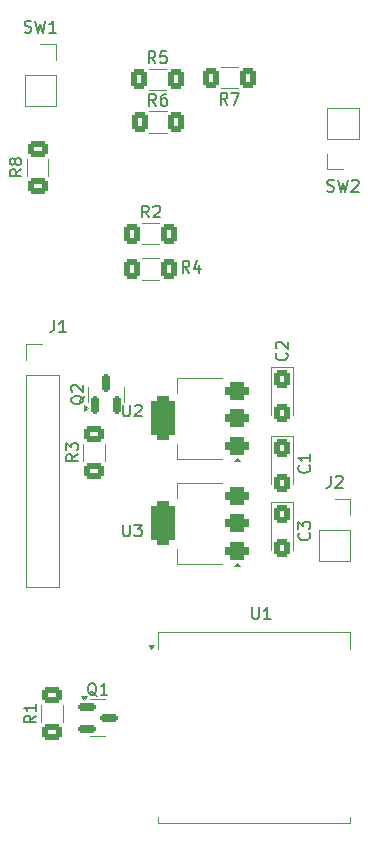
<source format=gto>
%TF.GenerationSoftware,KiCad,Pcbnew,9.0.4*%
%TF.CreationDate,2025-12-03T04:43:21+11:00*%
%TF.ProjectId,opensenceesp32,6f70656e-7365-46e6-9365-65737033322e,rev?*%
%TF.SameCoordinates,Original*%
%TF.FileFunction,Legend,Top*%
%TF.FilePolarity,Positive*%
%FSLAX46Y46*%
G04 Gerber Fmt 4.6, Leading zero omitted, Abs format (unit mm)*
G04 Created by KiCad (PCBNEW 9.0.4) date 2025-12-03 04:43:21*
%MOMM*%
%LPD*%
G01*
G04 APERTURE LIST*
G04 Aperture macros list*
%AMRoundRect*
0 Rectangle with rounded corners*
0 $1 Rounding radius*
0 $2 $3 $4 $5 $6 $7 $8 $9 X,Y pos of 4 corners*
0 Add a 4 corners polygon primitive as box body*
4,1,4,$2,$3,$4,$5,$6,$7,$8,$9,$2,$3,0*
0 Add four circle primitives for the rounded corners*
1,1,$1+$1,$2,$3*
1,1,$1+$1,$4,$5*
1,1,$1+$1,$6,$7*
1,1,$1+$1,$8,$9*
0 Add four rect primitives between the rounded corners*
20,1,$1+$1,$2,$3,$4,$5,0*
20,1,$1+$1,$4,$5,$6,$7,0*
20,1,$1+$1,$6,$7,$8,$9,0*
20,1,$1+$1,$8,$9,$2,$3,0*%
G04 Aperture macros list end*
%ADD10C,0.150000*%
%ADD11C,0.120000*%
%ADD12RoundRect,0.250000X0.625000X-0.400000X0.625000X0.400000X-0.625000X0.400000X-0.625000X-0.400000X0*%
%ADD13RoundRect,0.375000X0.625000X0.375000X-0.625000X0.375000X-0.625000X-0.375000X0.625000X-0.375000X0*%
%ADD14RoundRect,0.500000X0.500000X1.400000X-0.500000X1.400000X-0.500000X-1.400000X0.500000X-1.400000X0*%
%ADD15RoundRect,0.150000X0.150000X-0.587500X0.150000X0.587500X-0.150000X0.587500X-0.150000X-0.587500X0*%
%ADD16RoundRect,0.250000X-0.445000X0.545000X-0.445000X-0.545000X0.445000X-0.545000X0.445000X0.545000X0*%
%ADD17R,1.700000X1.700000*%
%ADD18C,1.700000*%
%ADD19RoundRect,0.250000X-0.400000X-0.625000X0.400000X-0.625000X0.400000X0.625000X-0.400000X0.625000X0*%
%ADD20RoundRect,0.250000X0.400000X0.625000X-0.400000X0.625000X-0.400000X-0.625000X0.400000X-0.625000X0*%
%ADD21R,2.500000X1.000000*%
%ADD22RoundRect,0.150000X-0.587500X-0.150000X0.587500X-0.150000X0.587500X0.150000X-0.587500X0.150000X0*%
G04 APERTURE END LIST*
D10*
X220824019Y-97473466D02*
X220347828Y-97806799D01*
X220824019Y-98044894D02*
X219824019Y-98044894D01*
X219824019Y-98044894D02*
X219824019Y-97663942D01*
X219824019Y-97663942D02*
X219871638Y-97568704D01*
X219871638Y-97568704D02*
X219919257Y-97521085D01*
X219919257Y-97521085D02*
X220014495Y-97473466D01*
X220014495Y-97473466D02*
X220157352Y-97473466D01*
X220157352Y-97473466D02*
X220252590Y-97521085D01*
X220252590Y-97521085D02*
X220300209Y-97568704D01*
X220300209Y-97568704D02*
X220347828Y-97663942D01*
X220347828Y-97663942D02*
X220347828Y-98044894D01*
X219824019Y-97140132D02*
X219824019Y-96521085D01*
X219824019Y-96521085D02*
X220204971Y-96854418D01*
X220204971Y-96854418D02*
X220204971Y-96711561D01*
X220204971Y-96711561D02*
X220252590Y-96616323D01*
X220252590Y-96616323D02*
X220300209Y-96568704D01*
X220300209Y-96568704D02*
X220395447Y-96521085D01*
X220395447Y-96521085D02*
X220633542Y-96521085D01*
X220633542Y-96521085D02*
X220728780Y-96568704D01*
X220728780Y-96568704D02*
X220776400Y-96616323D01*
X220776400Y-96616323D02*
X220824019Y-96711561D01*
X220824019Y-96711561D02*
X220824019Y-96997275D01*
X220824019Y-96997275D02*
X220776400Y-97092513D01*
X220776400Y-97092513D02*
X220728780Y-97140132D01*
X224663095Y-103424819D02*
X224663095Y-104234342D01*
X224663095Y-104234342D02*
X224710714Y-104329580D01*
X224710714Y-104329580D02*
X224758333Y-104377200D01*
X224758333Y-104377200D02*
X224853571Y-104424819D01*
X224853571Y-104424819D02*
X225044047Y-104424819D01*
X225044047Y-104424819D02*
X225139285Y-104377200D01*
X225139285Y-104377200D02*
X225186904Y-104329580D01*
X225186904Y-104329580D02*
X225234523Y-104234342D01*
X225234523Y-104234342D02*
X225234523Y-103424819D01*
X225615476Y-103424819D02*
X226234523Y-103424819D01*
X226234523Y-103424819D02*
X225901190Y-103805771D01*
X225901190Y-103805771D02*
X226044047Y-103805771D01*
X226044047Y-103805771D02*
X226139285Y-103853390D01*
X226139285Y-103853390D02*
X226186904Y-103901009D01*
X226186904Y-103901009D02*
X226234523Y-103996247D01*
X226234523Y-103996247D02*
X226234523Y-104234342D01*
X226234523Y-104234342D02*
X226186904Y-104329580D01*
X226186904Y-104329580D02*
X226139285Y-104377200D01*
X226139285Y-104377200D02*
X226044047Y-104424819D01*
X226044047Y-104424819D02*
X225758333Y-104424819D01*
X225758333Y-104424819D02*
X225663095Y-104377200D01*
X225663095Y-104377200D02*
X225615476Y-104329580D01*
X221350057Y-92502738D02*
X221302438Y-92597976D01*
X221302438Y-92597976D02*
X221207200Y-92693214D01*
X221207200Y-92693214D02*
X221064342Y-92836071D01*
X221064342Y-92836071D02*
X221016723Y-92931309D01*
X221016723Y-92931309D02*
X221016723Y-93026547D01*
X221254819Y-92978928D02*
X221207200Y-93074166D01*
X221207200Y-93074166D02*
X221111961Y-93169404D01*
X221111961Y-93169404D02*
X220921485Y-93217023D01*
X220921485Y-93217023D02*
X220588152Y-93217023D01*
X220588152Y-93217023D02*
X220397676Y-93169404D01*
X220397676Y-93169404D02*
X220302438Y-93074166D01*
X220302438Y-93074166D02*
X220254819Y-92978928D01*
X220254819Y-92978928D02*
X220254819Y-92788452D01*
X220254819Y-92788452D02*
X220302438Y-92693214D01*
X220302438Y-92693214D02*
X220397676Y-92597976D01*
X220397676Y-92597976D02*
X220588152Y-92550357D01*
X220588152Y-92550357D02*
X220921485Y-92550357D01*
X220921485Y-92550357D02*
X221111961Y-92597976D01*
X221111961Y-92597976D02*
X221207200Y-92693214D01*
X221207200Y-92693214D02*
X221254819Y-92788452D01*
X221254819Y-92788452D02*
X221254819Y-92978928D01*
X220350057Y-92169404D02*
X220302438Y-92121785D01*
X220302438Y-92121785D02*
X220254819Y-92026547D01*
X220254819Y-92026547D02*
X220254819Y-91788452D01*
X220254819Y-91788452D02*
X220302438Y-91693214D01*
X220302438Y-91693214D02*
X220350057Y-91645595D01*
X220350057Y-91645595D02*
X220445295Y-91597976D01*
X220445295Y-91597976D02*
X220540533Y-91597976D01*
X220540533Y-91597976D02*
X220683390Y-91645595D01*
X220683390Y-91645595D02*
X221254819Y-92217023D01*
X221254819Y-92217023D02*
X221254819Y-91597976D01*
X224663095Y-93264819D02*
X224663095Y-94074342D01*
X224663095Y-94074342D02*
X224710714Y-94169580D01*
X224710714Y-94169580D02*
X224758333Y-94217200D01*
X224758333Y-94217200D02*
X224853571Y-94264819D01*
X224853571Y-94264819D02*
X225044047Y-94264819D01*
X225044047Y-94264819D02*
X225139285Y-94217200D01*
X225139285Y-94217200D02*
X225186904Y-94169580D01*
X225186904Y-94169580D02*
X225234523Y-94074342D01*
X225234523Y-94074342D02*
X225234523Y-93264819D01*
X225663095Y-93360057D02*
X225710714Y-93312438D01*
X225710714Y-93312438D02*
X225805952Y-93264819D01*
X225805952Y-93264819D02*
X226044047Y-93264819D01*
X226044047Y-93264819D02*
X226139285Y-93312438D01*
X226139285Y-93312438D02*
X226186904Y-93360057D01*
X226186904Y-93360057D02*
X226234523Y-93455295D01*
X226234523Y-93455295D02*
X226234523Y-93550533D01*
X226234523Y-93550533D02*
X226186904Y-93693390D01*
X226186904Y-93693390D02*
X225615476Y-94264819D01*
X225615476Y-94264819D02*
X226234523Y-94264819D01*
X240389580Y-98421666D02*
X240437200Y-98469285D01*
X240437200Y-98469285D02*
X240484819Y-98612142D01*
X240484819Y-98612142D02*
X240484819Y-98707380D01*
X240484819Y-98707380D02*
X240437200Y-98850237D01*
X240437200Y-98850237D02*
X240341961Y-98945475D01*
X240341961Y-98945475D02*
X240246723Y-98993094D01*
X240246723Y-98993094D02*
X240056247Y-99040713D01*
X240056247Y-99040713D02*
X239913390Y-99040713D01*
X239913390Y-99040713D02*
X239722914Y-98993094D01*
X239722914Y-98993094D02*
X239627676Y-98945475D01*
X239627676Y-98945475D02*
X239532438Y-98850237D01*
X239532438Y-98850237D02*
X239484819Y-98707380D01*
X239484819Y-98707380D02*
X239484819Y-98612142D01*
X239484819Y-98612142D02*
X239532438Y-98469285D01*
X239532438Y-98469285D02*
X239580057Y-98421666D01*
X240484819Y-97469285D02*
X240484819Y-98040713D01*
X240484819Y-97754999D02*
X239484819Y-97754999D01*
X239484819Y-97754999D02*
X239627676Y-97850237D01*
X239627676Y-97850237D02*
X239722914Y-97945475D01*
X239722914Y-97945475D02*
X239770533Y-98040713D01*
X217268019Y-119597466D02*
X216791828Y-119930799D01*
X217268019Y-120168894D02*
X216268019Y-120168894D01*
X216268019Y-120168894D02*
X216268019Y-119787942D01*
X216268019Y-119787942D02*
X216315638Y-119692704D01*
X216315638Y-119692704D02*
X216363257Y-119645085D01*
X216363257Y-119645085D02*
X216458495Y-119597466D01*
X216458495Y-119597466D02*
X216601352Y-119597466D01*
X216601352Y-119597466D02*
X216696590Y-119645085D01*
X216696590Y-119645085D02*
X216744209Y-119692704D01*
X216744209Y-119692704D02*
X216791828Y-119787942D01*
X216791828Y-119787942D02*
X216791828Y-120168894D01*
X217268019Y-118645085D02*
X217268019Y-119216513D01*
X217268019Y-118930799D02*
X216268019Y-118930799D01*
X216268019Y-118930799D02*
X216410876Y-119026037D01*
X216410876Y-119026037D02*
X216506114Y-119121275D01*
X216506114Y-119121275D02*
X216553733Y-119216513D01*
X216318667Y-61721400D02*
X216461524Y-61769019D01*
X216461524Y-61769019D02*
X216699619Y-61769019D01*
X216699619Y-61769019D02*
X216794857Y-61721400D01*
X216794857Y-61721400D02*
X216842476Y-61673780D01*
X216842476Y-61673780D02*
X216890095Y-61578542D01*
X216890095Y-61578542D02*
X216890095Y-61483304D01*
X216890095Y-61483304D02*
X216842476Y-61388066D01*
X216842476Y-61388066D02*
X216794857Y-61340447D01*
X216794857Y-61340447D02*
X216699619Y-61292828D01*
X216699619Y-61292828D02*
X216509143Y-61245209D01*
X216509143Y-61245209D02*
X216413905Y-61197590D01*
X216413905Y-61197590D02*
X216366286Y-61149971D01*
X216366286Y-61149971D02*
X216318667Y-61054733D01*
X216318667Y-61054733D02*
X216318667Y-60959495D01*
X216318667Y-60959495D02*
X216366286Y-60864257D01*
X216366286Y-60864257D02*
X216413905Y-60816638D01*
X216413905Y-60816638D02*
X216509143Y-60769019D01*
X216509143Y-60769019D02*
X216747238Y-60769019D01*
X216747238Y-60769019D02*
X216890095Y-60816638D01*
X217223429Y-60769019D02*
X217461524Y-61769019D01*
X217461524Y-61769019D02*
X217652000Y-61054733D01*
X217652000Y-61054733D02*
X217842476Y-61769019D01*
X217842476Y-61769019D02*
X218080572Y-60769019D01*
X218985333Y-61769019D02*
X218413905Y-61769019D01*
X218699619Y-61769019D02*
X218699619Y-60769019D01*
X218699619Y-60769019D02*
X218604381Y-60911876D01*
X218604381Y-60911876D02*
X218509143Y-61007114D01*
X218509143Y-61007114D02*
X218413905Y-61054733D01*
X226832533Y-77415619D02*
X226499200Y-76939428D01*
X226261105Y-77415619D02*
X226261105Y-76415619D01*
X226261105Y-76415619D02*
X226642057Y-76415619D01*
X226642057Y-76415619D02*
X226737295Y-76463238D01*
X226737295Y-76463238D02*
X226784914Y-76510857D01*
X226784914Y-76510857D02*
X226832533Y-76606095D01*
X226832533Y-76606095D02*
X226832533Y-76748952D01*
X226832533Y-76748952D02*
X226784914Y-76844190D01*
X226784914Y-76844190D02*
X226737295Y-76891809D01*
X226737295Y-76891809D02*
X226642057Y-76939428D01*
X226642057Y-76939428D02*
X226261105Y-76939428D01*
X227213486Y-76510857D02*
X227261105Y-76463238D01*
X227261105Y-76463238D02*
X227356343Y-76415619D01*
X227356343Y-76415619D02*
X227594438Y-76415619D01*
X227594438Y-76415619D02*
X227689676Y-76463238D01*
X227689676Y-76463238D02*
X227737295Y-76510857D01*
X227737295Y-76510857D02*
X227784914Y-76606095D01*
X227784914Y-76606095D02*
X227784914Y-76701333D01*
X227784914Y-76701333D02*
X227737295Y-76844190D01*
X227737295Y-76844190D02*
X227165867Y-77415619D01*
X227165867Y-77415619D02*
X227784914Y-77415619D01*
X238484580Y-88896666D02*
X238532200Y-88944285D01*
X238532200Y-88944285D02*
X238579819Y-89087142D01*
X238579819Y-89087142D02*
X238579819Y-89182380D01*
X238579819Y-89182380D02*
X238532200Y-89325237D01*
X238532200Y-89325237D02*
X238436961Y-89420475D01*
X238436961Y-89420475D02*
X238341723Y-89468094D01*
X238341723Y-89468094D02*
X238151247Y-89515713D01*
X238151247Y-89515713D02*
X238008390Y-89515713D01*
X238008390Y-89515713D02*
X237817914Y-89468094D01*
X237817914Y-89468094D02*
X237722676Y-89420475D01*
X237722676Y-89420475D02*
X237627438Y-89325237D01*
X237627438Y-89325237D02*
X237579819Y-89182380D01*
X237579819Y-89182380D02*
X237579819Y-89087142D01*
X237579819Y-89087142D02*
X237627438Y-88944285D01*
X237627438Y-88944285D02*
X237675057Y-88896666D01*
X237675057Y-88515713D02*
X237627438Y-88468094D01*
X237627438Y-88468094D02*
X237579819Y-88372856D01*
X237579819Y-88372856D02*
X237579819Y-88134761D01*
X237579819Y-88134761D02*
X237627438Y-88039523D01*
X237627438Y-88039523D02*
X237675057Y-87991904D01*
X237675057Y-87991904D02*
X237770295Y-87944285D01*
X237770295Y-87944285D02*
X237865533Y-87944285D01*
X237865533Y-87944285D02*
X238008390Y-87991904D01*
X238008390Y-87991904D02*
X238579819Y-88563332D01*
X238579819Y-88563332D02*
X238579819Y-87944285D01*
X242236666Y-99300819D02*
X242236666Y-100015104D01*
X242236666Y-100015104D02*
X242189047Y-100157961D01*
X242189047Y-100157961D02*
X242093809Y-100253200D01*
X242093809Y-100253200D02*
X241950952Y-100300819D01*
X241950952Y-100300819D02*
X241855714Y-100300819D01*
X242665238Y-99396057D02*
X242712857Y-99348438D01*
X242712857Y-99348438D02*
X242808095Y-99300819D01*
X242808095Y-99300819D02*
X243046190Y-99300819D01*
X243046190Y-99300819D02*
X243141428Y-99348438D01*
X243141428Y-99348438D02*
X243189047Y-99396057D01*
X243189047Y-99396057D02*
X243236666Y-99491295D01*
X243236666Y-99491295D02*
X243236666Y-99586533D01*
X243236666Y-99586533D02*
X243189047Y-99729390D01*
X243189047Y-99729390D02*
X242617619Y-100300819D01*
X242617619Y-100300819D02*
X243236666Y-100300819D01*
X233487333Y-67867619D02*
X233154000Y-67391428D01*
X232915905Y-67867619D02*
X232915905Y-66867619D01*
X232915905Y-66867619D02*
X233296857Y-66867619D01*
X233296857Y-66867619D02*
X233392095Y-66915238D01*
X233392095Y-66915238D02*
X233439714Y-66962857D01*
X233439714Y-66962857D02*
X233487333Y-67058095D01*
X233487333Y-67058095D02*
X233487333Y-67200952D01*
X233487333Y-67200952D02*
X233439714Y-67296190D01*
X233439714Y-67296190D02*
X233392095Y-67343809D01*
X233392095Y-67343809D02*
X233296857Y-67391428D01*
X233296857Y-67391428D02*
X232915905Y-67391428D01*
X233820667Y-66867619D02*
X234487333Y-66867619D01*
X234487333Y-66867619D02*
X234058762Y-67867619D01*
X216048819Y-73343466D02*
X215572628Y-73676799D01*
X216048819Y-73914894D02*
X215048819Y-73914894D01*
X215048819Y-73914894D02*
X215048819Y-73533942D01*
X215048819Y-73533942D02*
X215096438Y-73438704D01*
X215096438Y-73438704D02*
X215144057Y-73391085D01*
X215144057Y-73391085D02*
X215239295Y-73343466D01*
X215239295Y-73343466D02*
X215382152Y-73343466D01*
X215382152Y-73343466D02*
X215477390Y-73391085D01*
X215477390Y-73391085D02*
X215525009Y-73438704D01*
X215525009Y-73438704D02*
X215572628Y-73533942D01*
X215572628Y-73533942D02*
X215572628Y-73914894D01*
X215477390Y-72772037D02*
X215429771Y-72867275D01*
X215429771Y-72867275D02*
X215382152Y-72914894D01*
X215382152Y-72914894D02*
X215286914Y-72962513D01*
X215286914Y-72962513D02*
X215239295Y-72962513D01*
X215239295Y-72962513D02*
X215144057Y-72914894D01*
X215144057Y-72914894D02*
X215096438Y-72867275D01*
X215096438Y-72867275D02*
X215048819Y-72772037D01*
X215048819Y-72772037D02*
X215048819Y-72581561D01*
X215048819Y-72581561D02*
X215096438Y-72486323D01*
X215096438Y-72486323D02*
X215144057Y-72438704D01*
X215144057Y-72438704D02*
X215239295Y-72391085D01*
X215239295Y-72391085D02*
X215286914Y-72391085D01*
X215286914Y-72391085D02*
X215382152Y-72438704D01*
X215382152Y-72438704D02*
X215429771Y-72486323D01*
X215429771Y-72486323D02*
X215477390Y-72581561D01*
X215477390Y-72581561D02*
X215477390Y-72772037D01*
X215477390Y-72772037D02*
X215525009Y-72867275D01*
X215525009Y-72867275D02*
X215572628Y-72914894D01*
X215572628Y-72914894D02*
X215667866Y-72962513D01*
X215667866Y-72962513D02*
X215858342Y-72962513D01*
X215858342Y-72962513D02*
X215953580Y-72914894D01*
X215953580Y-72914894D02*
X216001200Y-72867275D01*
X216001200Y-72867275D02*
X216048819Y-72772037D01*
X216048819Y-72772037D02*
X216048819Y-72581561D01*
X216048819Y-72581561D02*
X216001200Y-72486323D01*
X216001200Y-72486323D02*
X215953580Y-72438704D01*
X215953580Y-72438704D02*
X215858342Y-72391085D01*
X215858342Y-72391085D02*
X215667866Y-72391085D01*
X215667866Y-72391085D02*
X215572628Y-72438704D01*
X215572628Y-72438704D02*
X215525009Y-72486323D01*
X215525009Y-72486323D02*
X215477390Y-72581561D01*
X227392533Y-64360019D02*
X227059200Y-63883828D01*
X226821105Y-64360019D02*
X226821105Y-63360019D01*
X226821105Y-63360019D02*
X227202057Y-63360019D01*
X227202057Y-63360019D02*
X227297295Y-63407638D01*
X227297295Y-63407638D02*
X227344914Y-63455257D01*
X227344914Y-63455257D02*
X227392533Y-63550495D01*
X227392533Y-63550495D02*
X227392533Y-63693352D01*
X227392533Y-63693352D02*
X227344914Y-63788590D01*
X227344914Y-63788590D02*
X227297295Y-63836209D01*
X227297295Y-63836209D02*
X227202057Y-63883828D01*
X227202057Y-63883828D02*
X226821105Y-63883828D01*
X228297295Y-63360019D02*
X227821105Y-63360019D01*
X227821105Y-63360019D02*
X227773486Y-63836209D01*
X227773486Y-63836209D02*
X227821105Y-63788590D01*
X227821105Y-63788590D02*
X227916343Y-63740971D01*
X227916343Y-63740971D02*
X228154438Y-63740971D01*
X228154438Y-63740971D02*
X228249676Y-63788590D01*
X228249676Y-63788590D02*
X228297295Y-63836209D01*
X228297295Y-63836209D02*
X228344914Y-63931447D01*
X228344914Y-63931447D02*
X228344914Y-64169542D01*
X228344914Y-64169542D02*
X228297295Y-64264780D01*
X228297295Y-64264780D02*
X228249676Y-64312400D01*
X228249676Y-64312400D02*
X228154438Y-64360019D01*
X228154438Y-64360019D02*
X227916343Y-64360019D01*
X227916343Y-64360019D02*
X227821105Y-64312400D01*
X227821105Y-64312400D02*
X227773486Y-64264780D01*
X218817866Y-86119619D02*
X218817866Y-86833904D01*
X218817866Y-86833904D02*
X218770247Y-86976761D01*
X218770247Y-86976761D02*
X218675009Y-87072000D01*
X218675009Y-87072000D02*
X218532152Y-87119619D01*
X218532152Y-87119619D02*
X218436914Y-87119619D01*
X219817866Y-87119619D02*
X219246438Y-87119619D01*
X219532152Y-87119619D02*
X219532152Y-86119619D01*
X219532152Y-86119619D02*
X219436914Y-86262476D01*
X219436914Y-86262476D02*
X219341676Y-86357714D01*
X219341676Y-86357714D02*
X219246438Y-86405333D01*
X235585095Y-110419019D02*
X235585095Y-111228542D01*
X235585095Y-111228542D02*
X235632714Y-111323780D01*
X235632714Y-111323780D02*
X235680333Y-111371400D01*
X235680333Y-111371400D02*
X235775571Y-111419019D01*
X235775571Y-111419019D02*
X235966047Y-111419019D01*
X235966047Y-111419019D02*
X236061285Y-111371400D01*
X236061285Y-111371400D02*
X236108904Y-111323780D01*
X236108904Y-111323780D02*
X236156523Y-111228542D01*
X236156523Y-111228542D02*
X236156523Y-110419019D01*
X237156523Y-111419019D02*
X236585095Y-111419019D01*
X236870809Y-111419019D02*
X236870809Y-110419019D01*
X236870809Y-110419019D02*
X236775571Y-110561876D01*
X236775571Y-110561876D02*
X236680333Y-110657114D01*
X236680333Y-110657114D02*
X236585095Y-110704733D01*
X240389580Y-104136666D02*
X240437200Y-104184285D01*
X240437200Y-104184285D02*
X240484819Y-104327142D01*
X240484819Y-104327142D02*
X240484819Y-104422380D01*
X240484819Y-104422380D02*
X240437200Y-104565237D01*
X240437200Y-104565237D02*
X240341961Y-104660475D01*
X240341961Y-104660475D02*
X240246723Y-104708094D01*
X240246723Y-104708094D02*
X240056247Y-104755713D01*
X240056247Y-104755713D02*
X239913390Y-104755713D01*
X239913390Y-104755713D02*
X239722914Y-104708094D01*
X239722914Y-104708094D02*
X239627676Y-104660475D01*
X239627676Y-104660475D02*
X239532438Y-104565237D01*
X239532438Y-104565237D02*
X239484819Y-104422380D01*
X239484819Y-104422380D02*
X239484819Y-104327142D01*
X239484819Y-104327142D02*
X239532438Y-104184285D01*
X239532438Y-104184285D02*
X239580057Y-104136666D01*
X239484819Y-103803332D02*
X239484819Y-103184285D01*
X239484819Y-103184285D02*
X239865771Y-103517618D01*
X239865771Y-103517618D02*
X239865771Y-103374761D01*
X239865771Y-103374761D02*
X239913390Y-103279523D01*
X239913390Y-103279523D02*
X239961009Y-103231904D01*
X239961009Y-103231904D02*
X240056247Y-103184285D01*
X240056247Y-103184285D02*
X240294342Y-103184285D01*
X240294342Y-103184285D02*
X240389580Y-103231904D01*
X240389580Y-103231904D02*
X240437200Y-103279523D01*
X240437200Y-103279523D02*
X240484819Y-103374761D01*
X240484819Y-103374761D02*
X240484819Y-103660475D01*
X240484819Y-103660475D02*
X240437200Y-103755713D01*
X240437200Y-103755713D02*
X240389580Y-103803332D01*
X241922867Y-75191600D02*
X242065724Y-75239219D01*
X242065724Y-75239219D02*
X242303819Y-75239219D01*
X242303819Y-75239219D02*
X242399057Y-75191600D01*
X242399057Y-75191600D02*
X242446676Y-75143980D01*
X242446676Y-75143980D02*
X242494295Y-75048742D01*
X242494295Y-75048742D02*
X242494295Y-74953504D01*
X242494295Y-74953504D02*
X242446676Y-74858266D01*
X242446676Y-74858266D02*
X242399057Y-74810647D01*
X242399057Y-74810647D02*
X242303819Y-74763028D01*
X242303819Y-74763028D02*
X242113343Y-74715409D01*
X242113343Y-74715409D02*
X242018105Y-74667790D01*
X242018105Y-74667790D02*
X241970486Y-74620171D01*
X241970486Y-74620171D02*
X241922867Y-74524933D01*
X241922867Y-74524933D02*
X241922867Y-74429695D01*
X241922867Y-74429695D02*
X241970486Y-74334457D01*
X241970486Y-74334457D02*
X242018105Y-74286838D01*
X242018105Y-74286838D02*
X242113343Y-74239219D01*
X242113343Y-74239219D02*
X242351438Y-74239219D01*
X242351438Y-74239219D02*
X242494295Y-74286838D01*
X242827629Y-74239219D02*
X243065724Y-75239219D01*
X243065724Y-75239219D02*
X243256200Y-74524933D01*
X243256200Y-74524933D02*
X243446676Y-75239219D01*
X243446676Y-75239219D02*
X243684772Y-74239219D01*
X244018105Y-74334457D02*
X244065724Y-74286838D01*
X244065724Y-74286838D02*
X244160962Y-74239219D01*
X244160962Y-74239219D02*
X244399057Y-74239219D01*
X244399057Y-74239219D02*
X244494295Y-74286838D01*
X244494295Y-74286838D02*
X244541914Y-74334457D01*
X244541914Y-74334457D02*
X244589533Y-74429695D01*
X244589533Y-74429695D02*
X244589533Y-74524933D01*
X244589533Y-74524933D02*
X244541914Y-74667790D01*
X244541914Y-74667790D02*
X243970486Y-75239219D01*
X243970486Y-75239219D02*
X244589533Y-75239219D01*
X230262133Y-82090419D02*
X229928800Y-81614228D01*
X229690705Y-82090419D02*
X229690705Y-81090419D01*
X229690705Y-81090419D02*
X230071657Y-81090419D01*
X230071657Y-81090419D02*
X230166895Y-81138038D01*
X230166895Y-81138038D02*
X230214514Y-81185657D01*
X230214514Y-81185657D02*
X230262133Y-81280895D01*
X230262133Y-81280895D02*
X230262133Y-81423752D01*
X230262133Y-81423752D02*
X230214514Y-81518990D01*
X230214514Y-81518990D02*
X230166895Y-81566609D01*
X230166895Y-81566609D02*
X230071657Y-81614228D01*
X230071657Y-81614228D02*
X229690705Y-81614228D01*
X231119276Y-81423752D02*
X231119276Y-82090419D01*
X230881181Y-81042800D02*
X230643086Y-81757085D01*
X230643086Y-81757085D02*
X231262133Y-81757085D01*
X222408761Y-117936457D02*
X222313523Y-117888838D01*
X222313523Y-117888838D02*
X222218285Y-117793600D01*
X222218285Y-117793600D02*
X222075428Y-117650742D01*
X222075428Y-117650742D02*
X221980190Y-117603123D01*
X221980190Y-117603123D02*
X221884952Y-117603123D01*
X221932571Y-117841219D02*
X221837333Y-117793600D01*
X221837333Y-117793600D02*
X221742095Y-117698361D01*
X221742095Y-117698361D02*
X221694476Y-117507885D01*
X221694476Y-117507885D02*
X221694476Y-117174552D01*
X221694476Y-117174552D02*
X221742095Y-116984076D01*
X221742095Y-116984076D02*
X221837333Y-116888838D01*
X221837333Y-116888838D02*
X221932571Y-116841219D01*
X221932571Y-116841219D02*
X222123047Y-116841219D01*
X222123047Y-116841219D02*
X222218285Y-116888838D01*
X222218285Y-116888838D02*
X222313523Y-116984076D01*
X222313523Y-116984076D02*
X222361142Y-117174552D01*
X222361142Y-117174552D02*
X222361142Y-117507885D01*
X222361142Y-117507885D02*
X222313523Y-117698361D01*
X222313523Y-117698361D02*
X222218285Y-117793600D01*
X222218285Y-117793600D02*
X222123047Y-117841219D01*
X222123047Y-117841219D02*
X221932571Y-117841219D01*
X223313523Y-117841219D02*
X222742095Y-117841219D01*
X223027809Y-117841219D02*
X223027809Y-116841219D01*
X223027809Y-116841219D02*
X222932571Y-116984076D01*
X222932571Y-116984076D02*
X222837333Y-117079314D01*
X222837333Y-117079314D02*
X222742095Y-117126933D01*
X227443333Y-67966819D02*
X227110000Y-67490628D01*
X226871905Y-67966819D02*
X226871905Y-66966819D01*
X226871905Y-66966819D02*
X227252857Y-66966819D01*
X227252857Y-66966819D02*
X227348095Y-67014438D01*
X227348095Y-67014438D02*
X227395714Y-67062057D01*
X227395714Y-67062057D02*
X227443333Y-67157295D01*
X227443333Y-67157295D02*
X227443333Y-67300152D01*
X227443333Y-67300152D02*
X227395714Y-67395390D01*
X227395714Y-67395390D02*
X227348095Y-67443009D01*
X227348095Y-67443009D02*
X227252857Y-67490628D01*
X227252857Y-67490628D02*
X226871905Y-67490628D01*
X228300476Y-66966819D02*
X228110000Y-66966819D01*
X228110000Y-66966819D02*
X228014762Y-67014438D01*
X228014762Y-67014438D02*
X227967143Y-67062057D01*
X227967143Y-67062057D02*
X227871905Y-67204914D01*
X227871905Y-67204914D02*
X227824286Y-67395390D01*
X227824286Y-67395390D02*
X227824286Y-67776342D01*
X227824286Y-67776342D02*
X227871905Y-67871580D01*
X227871905Y-67871580D02*
X227919524Y-67919200D01*
X227919524Y-67919200D02*
X228014762Y-67966819D01*
X228014762Y-67966819D02*
X228205238Y-67966819D01*
X228205238Y-67966819D02*
X228300476Y-67919200D01*
X228300476Y-67919200D02*
X228348095Y-67871580D01*
X228348095Y-67871580D02*
X228395714Y-67776342D01*
X228395714Y-67776342D02*
X228395714Y-67538247D01*
X228395714Y-67538247D02*
X228348095Y-67443009D01*
X228348095Y-67443009D02*
X228300476Y-67395390D01*
X228300476Y-67395390D02*
X228205238Y-67347771D01*
X228205238Y-67347771D02*
X228014762Y-67347771D01*
X228014762Y-67347771D02*
X227919524Y-67395390D01*
X227919524Y-67395390D02*
X227871905Y-67443009D01*
X227871905Y-67443009D02*
X227824286Y-67538247D01*
D11*
%TO.C,R3*%
X221289200Y-98033864D02*
X221289200Y-96579736D01*
X223109200Y-98033864D02*
X223109200Y-96579736D01*
%TO.C,U3*%
X229230000Y-99925000D02*
X229230000Y-101185000D01*
X229230000Y-106745000D02*
X229230000Y-105485000D01*
X232990000Y-99925000D02*
X229230000Y-99925000D01*
X232990000Y-106745000D02*
X229230000Y-106745000D01*
X234510000Y-106975000D02*
X234030000Y-106975000D01*
X234270000Y-106645000D01*
X234510000Y-106975000D01*
G36*
X234510000Y-106975000D02*
G01*
X234030000Y-106975000D01*
X234270000Y-106645000D01*
X234510000Y-106975000D01*
G37*
%TO.C,Q2*%
X221640000Y-92407500D02*
X221640000Y-91757500D01*
X221640000Y-92407500D02*
X221640000Y-93057500D01*
X224760000Y-92407500D02*
X224760000Y-91757500D01*
X224760000Y-92407500D02*
X224760000Y-93057500D01*
X221690000Y-93570000D02*
X221360000Y-93810000D01*
X221360000Y-93330000D01*
X221690000Y-93570000D01*
G36*
X221690000Y-93570000D02*
G01*
X221360000Y-93810000D01*
X221360000Y-93330000D01*
X221690000Y-93570000D01*
G37*
%TO.C,U2*%
X229230000Y-91035000D02*
X229230000Y-92295000D01*
X229230000Y-97855000D02*
X229230000Y-96595000D01*
X232990000Y-91035000D02*
X229230000Y-91035000D01*
X232990000Y-97855000D02*
X229230000Y-97855000D01*
X234510000Y-98085000D02*
X234030000Y-98085000D01*
X234270000Y-97755000D01*
X234510000Y-98085000D01*
G36*
X234510000Y-98085000D02*
G01*
X234030000Y-98085000D01*
X234270000Y-97755000D01*
X234510000Y-98085000D01*
G37*
%TO.C,C1*%
X237170000Y-95930000D02*
X237170000Y-100025000D01*
X239080000Y-95930000D02*
X237170000Y-95930000D01*
X239080000Y-100025000D02*
X239080000Y-95930000D01*
%TO.C,R1*%
X217733200Y-120157864D02*
X217733200Y-118703736D01*
X219553200Y-120157864D02*
X219553200Y-118703736D01*
%TO.C,SW1*%
X216322000Y-65354200D02*
X216322000Y-67954200D01*
X216322000Y-65354200D02*
X218982000Y-65354200D01*
X216322000Y-67954200D02*
X218982000Y-67954200D01*
X217652000Y-62754200D02*
X218982000Y-62754200D01*
X218982000Y-62754200D02*
X218982000Y-64084200D01*
X218982000Y-65354200D02*
X218982000Y-67954200D01*
%TO.C,R2*%
X226272136Y-77880800D02*
X227726264Y-77880800D01*
X226272136Y-79700800D02*
X227726264Y-79700800D01*
%TO.C,C2*%
X237170000Y-90045000D02*
X237170000Y-94140000D01*
X239080000Y-90045000D02*
X237170000Y-90045000D01*
X239080000Y-94140000D02*
X239080000Y-90045000D01*
%TO.C,J2*%
X241240000Y-103886000D02*
X241240000Y-106486000D01*
X241240000Y-103886000D02*
X243900000Y-103886000D01*
X241240000Y-106486000D02*
X243900000Y-106486000D01*
X242570000Y-101286000D02*
X243900000Y-101286000D01*
X243900000Y-101286000D02*
X243900000Y-102616000D01*
X243900000Y-103886000D02*
X243900000Y-106486000D01*
%TO.C,R7*%
X234381064Y-64672800D02*
X232926936Y-64672800D01*
X234381064Y-66492800D02*
X232926936Y-66492800D01*
%TO.C,R8*%
X216514000Y-73903864D02*
X216514000Y-72449736D01*
X218334000Y-73903864D02*
X218334000Y-72449736D01*
%TO.C,R5*%
X226832136Y-64825200D02*
X228286264Y-64825200D01*
X226832136Y-66645200D02*
X228286264Y-66645200D01*
%TO.C,J1*%
X216425000Y-88155000D02*
X217805000Y-88155000D01*
X216425000Y-89535000D02*
X216425000Y-88155000D01*
X216425000Y-90805000D02*
X216425000Y-108695000D01*
X216425000Y-90805000D02*
X219185000Y-90805000D01*
X216425000Y-108695000D02*
X219185000Y-108695000D01*
X219185000Y-90805000D02*
X219185000Y-108695000D01*
%TO.C,U1*%
X227602000Y-112489200D02*
X227602000Y-113989200D01*
X227602000Y-128709200D02*
X227602000Y-128209200D01*
X243822000Y-112489200D02*
X227602000Y-112489200D01*
X243822000Y-112489200D02*
X243822000Y-113989200D01*
X243822000Y-128709200D02*
X227602000Y-128709200D01*
X243822000Y-128709200D02*
X243822000Y-128209200D01*
X227052000Y-113989200D02*
X226812000Y-113659200D01*
X227292000Y-113659200D01*
X227052000Y-113989200D01*
G36*
X227052000Y-113989200D02*
G01*
X226812000Y-113659200D01*
X227292000Y-113659200D01*
X227052000Y-113989200D01*
G37*
%TO.C,C3*%
X237170000Y-101475000D02*
X237170000Y-105570000D01*
X239080000Y-101475000D02*
X237170000Y-101475000D01*
X239080000Y-105570000D02*
X239080000Y-101475000D01*
%TO.C,SW2*%
X241926200Y-70744400D02*
X241926200Y-68144400D01*
X241926200Y-73344400D02*
X241926200Y-72014400D01*
X243256200Y-73344400D02*
X241926200Y-73344400D01*
X244586200Y-68144400D02*
X241926200Y-68144400D01*
X244586200Y-70744400D02*
X241926200Y-70744400D01*
X244586200Y-70744400D02*
X244586200Y-68144400D01*
%TO.C,R4*%
X226247336Y-80878000D02*
X227701464Y-80878000D01*
X226247336Y-82698000D02*
X227701464Y-82698000D01*
%TO.C,Q1*%
X222504000Y-118226400D02*
X221854000Y-118226400D01*
X222504000Y-118226400D02*
X223154000Y-118226400D01*
X222504000Y-121346400D02*
X221854000Y-121346400D01*
X222504000Y-121346400D02*
X223154000Y-121346400D01*
X221341500Y-118276400D02*
X221101500Y-117946400D01*
X221581500Y-117946400D01*
X221341500Y-118276400D01*
G36*
X221341500Y-118276400D02*
G01*
X221101500Y-117946400D01*
X221581500Y-117946400D01*
X221341500Y-118276400D01*
G37*
%TO.C,R6*%
X226882936Y-68432000D02*
X228337064Y-68432000D01*
X226882936Y-70252000D02*
X228337064Y-70252000D01*
%TD*%
%LPC*%
D12*
%TO.C,R3*%
X222199200Y-98856800D03*
X222199200Y-95756800D03*
%TD*%
D13*
%TO.C,U3*%
X234290000Y-105635000D03*
X234290000Y-103335000D03*
D14*
X227990000Y-103335000D03*
D13*
X234290000Y-101035000D03*
%TD*%
D15*
%TO.C,Q2*%
X222250000Y-93345000D03*
X224150000Y-93345000D03*
X223200000Y-91470000D03*
%TD*%
D13*
%TO.C,U2*%
X234290000Y-96745000D03*
X234290000Y-94445000D03*
D14*
X227990000Y-94445000D03*
D13*
X234290000Y-92145000D03*
%TD*%
D16*
%TO.C,C1*%
X238125000Y-96985000D03*
X238125000Y-99865000D03*
%TD*%
D12*
%TO.C,R1*%
X218643200Y-120980800D03*
X218643200Y-117880800D03*
%TD*%
D17*
%TO.C,SW1*%
X217652000Y-64084200D03*
D18*
X217652000Y-66624200D03*
%TD*%
D19*
%TO.C,R2*%
X225449200Y-78790800D03*
X228549200Y-78790800D03*
%TD*%
D16*
%TO.C,C2*%
X238125000Y-91100000D03*
X238125000Y-93980000D03*
%TD*%
D17*
%TO.C,J2*%
X242570000Y-102616000D03*
D18*
X242570000Y-105156000D03*
%TD*%
D20*
%TO.C,R7*%
X235204000Y-65582800D03*
X232104000Y-65582800D03*
%TD*%
D12*
%TO.C,R8*%
X217424000Y-74726800D03*
X217424000Y-71626800D03*
%TD*%
D19*
%TO.C,R5*%
X226009200Y-65735200D03*
X229109200Y-65735200D03*
%TD*%
D17*
%TO.C,J1*%
X217805000Y-89535000D03*
D18*
X217805000Y-92075000D03*
X217805000Y-94615000D03*
X217805000Y-97155000D03*
X217805000Y-99695000D03*
X217805000Y-102235000D03*
X217805000Y-104775000D03*
X217805000Y-107315000D03*
%TD*%
D21*
%TO.C,U1*%
X227962000Y-114749200D03*
X227962000Y-117289200D03*
X227962000Y-119829200D03*
X227962000Y-122369200D03*
X227962000Y-124909200D03*
X227962000Y-127449200D03*
X243462000Y-127449200D03*
X243462000Y-124909200D03*
X243462000Y-122369200D03*
X243462000Y-119829200D03*
X243462000Y-117289200D03*
X243462000Y-114749200D03*
%TD*%
D16*
%TO.C,C3*%
X238125000Y-102530000D03*
X238125000Y-105410000D03*
%TD*%
D17*
%TO.C,SW2*%
X243256200Y-72014400D03*
D18*
X243256200Y-69474400D03*
%TD*%
D19*
%TO.C,R4*%
X225424400Y-81788000D03*
X228524400Y-81788000D03*
%TD*%
D22*
%TO.C,Q1*%
X221566500Y-118836400D03*
X221566500Y-120736400D03*
X223441500Y-119786400D03*
%TD*%
D19*
%TO.C,R6*%
X226060000Y-69342000D03*
X229160000Y-69342000D03*
%TD*%
D18*
%TO.C,U4*%
X239420400Y-81889600D03*
X239420400Y-79349600D03*
X239420400Y-76809600D03*
X239420400Y-74269600D03*
X239420400Y-71729600D03*
X239420400Y-69189600D03*
X239420400Y-66649600D03*
D17*
X239420400Y-64109600D03*
X221640400Y-64109600D03*
D18*
X221640400Y-66649600D03*
X221640400Y-69189600D03*
X221640400Y-71729600D03*
X221640400Y-74269600D03*
X221640400Y-76809600D03*
X221640400Y-79349600D03*
X221640400Y-81889600D03*
%TD*%
%LPD*%
M02*

</source>
